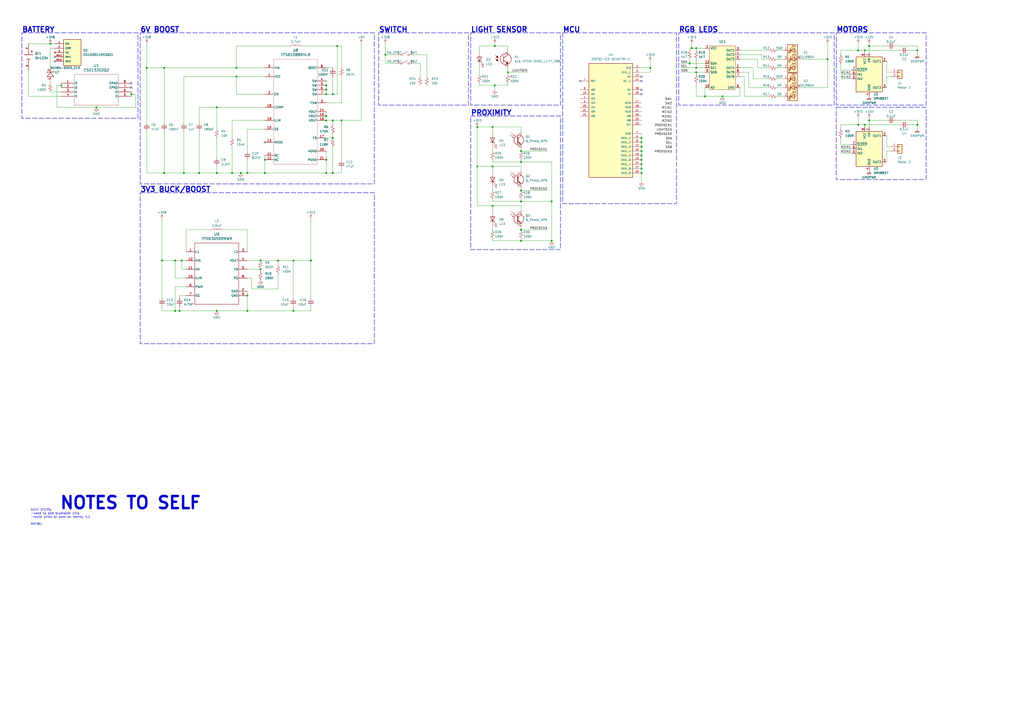
<source format=kicad_sch>
(kicad_sch (version 20230121) (generator eeschema)
  (paper "A2")
  (title_block (title "SN Main PCB") (date "2023-10-24") (rev "3.0") (company "Robonyx") (comment 1 "H. PHAN"))
  (junction (at 276.86 96.52))
  (junction (at 153.67 92.71))
  (junction (at 372.11 100.33))
  (junction (at 170.18 180.34))
  (junction (at 35.56 49.53))
  (junction (at 105.41 151.13))
  (junction (at 302.26 87.63))
  (junction (at 372.11 80.01))
  (junction (at 95.25 100.33))
  (junction (at 143.51 100.33))
  (junction (at 189.23 52.07))
  (junction (at 501.65 72.39))
  (junction (at 302.26 116.84))
  (junction (at 143.51 180.34))
  (junction (at 419.1 55.88))
  (junction (at 285.75 73.66))
  (junction (at 532.13 29.21))
  (junction (at 137.16 44.45))
  (junction (at 125.73 62.23))
  (junction (at 180.34 151.13))
  (junction (at 294.64 41.91))
  (junction (at 189.23 92.71))
  (junction (at 320.04 139.7))
  (junction (at 189.23 67.31))
  (junction (at 76.2 54.61))
  (junction (at 195.58 26.67))
  (junction (at 193.04 80.01))
  (junction (at 497.84 29.21))
  (junction (at 161.29 151.13))
  (junction (at 287.02 49.53))
  (junction (at 101.6 151.13))
  (junction (at 532.13 72.39))
  (junction (at 104.14 180.34))
  (junction (at 372.11 92.71))
  (junction (at 372.11 82.55))
  (junction (at 134.62 100.33))
  (junction (at 29.21 25.4))
  (junction (at 287.02 26.67))
  (junction (at 139.7 100.33))
  (junction (at 151.13 156.21))
  (junction (at 285.75 96.52))
  (junction (at 193.04 100.33))
  (junction (at 302.26 139.7))
  (junction (at 372.11 90.17))
  (junction (at 504.19 26.67))
  (junction (at 170.18 151.13))
  (junction (at 501.65 29.21))
  (junction (at 193.04 69.85))
  (junction (at 151.13 151.13))
  (junction (at 302.26 110.49))
  (junction (at 302.26 93.98))
  (junction (at 401.32 27.94))
  (junction (at 302.26 133.35))
  (junction (at 189.23 100.33))
  (junction (at 276.86 73.66))
  (junction (at 198.12 69.85))
  (junction (at 85.09 39.37))
  (junction (at 125.73 180.34))
  (junction (at 125.73 100.33))
  (junction (at 403.86 27.94))
  (junction (at 320.04 116.84))
  (junction (at 143.51 171.45))
  (junction (at 95.25 39.37))
  (junction (at 153.67 100.33))
  (junction (at 400.05 36.83))
  (junction (at 372.11 97.79))
  (junction (at 372.11 85.09))
  (junction (at 504.19 69.85))
  (junction (at 372.11 87.63))
  (junction (at 193.04 54.61))
  (junction (at 408.94 55.88))
  (junction (at 372.11 95.25))
  (junction (at 55.88 62.23))
  (junction (at 101.6 180.34))
  (junction (at 137.16 39.37))
  (junction (at 480.06 34.29))
  (junction (at 189.23 54.61))
  (junction (at 93.98 151.13))
  (junction (at 403.86 41.91))
  (junction (at 223.52 31.75))
  (junction (at 285.75 119.38))
  (junction (at 189.23 49.53))
  (junction (at 403.86 39.37))
  (junction (at 189.23 69.85))
  (junction (at 497.84 72.39))
  (junction (at 106.68 100.33))
  (junction (at 115.57 100.33))
  (junction (at 377.19 39.37))
  (no_connect (at 372.11 54.61))
  (no_connect (at 76.2 50.8))
  (no_connect (at 31.75 33.02))
  (no_connect (at 372.11 44.45))
  (no_connect (at 336.55 46.99))
  (no_connect (at 153.67 82.55))
  (no_connect (at 372.11 46.99))
  (no_connect (at 31.75 35.56))
  (no_connect (at 372.11 52.07))
  (no_connect (at 76.2 48.26))
  (wire (pts (xy 480.06 34.29) (xy 480.06 50.8)))
  (wire (pts (xy 302.26 86.36) (xy 302.26 87.63)))
  (wire (pts (xy 514.35 85.09) (xy 516.89 85.09)))
  (wire (pts (xy 294.64 49.53) (xy 287.02 49.53)))
  (wire (pts (xy 193.04 100.33) (xy 189.23 100.33)))
  (wire (pts (xy 153.67 54.61) (xy 137.16 54.61)))
  (wire (pts (xy 285.75 138.43) (xy 285.75 139.7)))
  (wire (pts (xy 294.64 41.91) (xy 306.07 41.91)))
  (wire (pts (xy 501.65 30.48) (xy 501.65 29.21)))
  (wire (pts (xy 278.13 43.18) (xy 278.13 38.1)))
  (wire (pts (xy 403.86 55.88) (xy 408.94 55.88)))
  (wire (pts (xy 189.23 49.53) (xy 189.23 52.07)))
  (wire (pts (xy 106.68 100.33) (xy 106.68 76.2)))
  (wire (pts (xy 95.25 39.37) (xy 95.25 71.12)))
  (wire (pts (xy 487.68 36.83) (xy 487.68 40.64)))
  (wire (pts (xy 240.03 31.75) (xy 247.65 31.75)))
  (wire (pts (xy 400.05 27.94) (xy 401.32 27.94)))
  (wire (pts (xy 403.86 27.94) (xy 403.86 29.21)))
  (wire (pts (xy 287.02 49.53) (xy 287.02 52.07)))
  (wire (pts (xy 450.85 34.29) (xy 454.66 34.29)))
  (wire (pts (xy 372.11 97.79) (xy 372.11 100.33)))
  (wire (pts (xy 170.18 151.13) (xy 180.34 151.13)))
  (wire (pts (xy 504.19 69.85) (xy 504.19 73.66)))
  (wire (pts (xy 170.18 177.8) (xy 170.18 180.34)))
  (wire (pts (xy 480.06 25.4) (xy 480.06 34.29)))
  (wire (pts (xy 153.67 69.85) (xy 134.62 69.85)))
  (wire (pts (xy 134.62 85.09) (xy 134.62 100.33)))
  (wire (pts (xy 93.98 180.34) (xy 101.6 180.34)))
  (wire (pts (xy 247.65 44.45) (xy 247.65 31.75)))
  (wire (pts (xy 189.23 39.37) (xy 193.04 39.37)))
  (wire (pts (xy 285.75 139.7) (xy 302.26 139.7)))
  (wire (pts (xy 419.1 55.88) (xy 429.26 55.88)))
  (wire (pts (xy 101.6 161.29) (xy 101.6 151.13)))
  (wire (pts (xy 193.04 69.85) (xy 189.23 69.85)))
  (wire (pts (xy 431.8 55.88) (xy 445.77 55.88)))
  (wire (pts (xy 464.82 34.29) (xy 480.06 34.29)))
  (wire (pts (xy 125.73 180.34) (xy 104.14 180.34)))
  (wire (pts (xy 285.75 96.52) (xy 285.75 100.33)))
  (wire (pts (xy 16.51 55.88) (xy 35.56 55.88)))
  (wire (pts (xy 240.03 36.83) (xy 243.84 36.83)))
  (wire (pts (xy 431.8 44.45) (xy 431.8 55.88)))
  (wire (pts (xy 532.13 72.39) (xy 532.13 74.93)))
  (wire (pts (xy 372.11 77.47) (xy 372.11 80.01)))
  (wire (pts (xy 107.95 156.21) (xy 105.41 156.21)))
  (wire (pts (xy 137.16 39.37) (xy 153.67 39.37)))
  (wire (pts (xy 278.13 26.67) (xy 278.13 30.48)))
  (wire (pts (xy 287.02 26.67) (xy 287.02 25.4)))
  (wire (pts (xy 198.12 39.37) (xy 198.12 26.67)))
  (wire (pts (xy 320.04 116.84) (xy 320.04 139.7)))
  (wire (pts (xy 285.75 115.57) (xy 285.75 116.84)))
  (wire (pts (xy 285.75 92.71) (xy 285.75 93.98)))
  (wire (pts (xy 285.75 133.35) (xy 285.75 130.81)))
  (wire (pts (xy 514.35 78.74) (xy 514.35 85.09)))
  (wire (pts (xy 504.19 69.85) (xy 514.35 69.85)))
  (wire (pts (xy 129.54 133.35) (xy 143.51 133.35)))
  (wire (pts (xy 372.11 95.25) (xy 372.11 97.79)))
  (wire (pts (xy 441.96 34.29) (xy 441.96 31.75)))
  (wire (pts (xy 504.19 68.58) (xy 504.19 69.85)))
  (wire (pts (xy 189.23 67.31) (xy 189.23 69.85)))
  (wire (pts (xy 377.19 35.56) (xy 377.19 39.37)))
  (wire (pts (xy 394.97 39.37) (xy 403.86 39.37)))
  (wire (pts (xy 302.26 139.7) (xy 302.26 138.43)))
  (wire (pts (xy 400.05 34.29) (xy 400.05 36.83)))
  (wire (pts (xy 400.05 29.21) (xy 400.05 27.94)))
  (wire (pts (xy 193.04 54.61) (xy 195.58 54.61)))
  (wire (pts (xy 180.34 177.8) (xy 180.34 180.34)))
  (wire (pts (xy 372.11 92.71) (xy 372.11 95.25)))
  (wire (pts (xy 501.65 29.21) (xy 497.84 29.21)))
  (wire (pts (xy 107.95 161.29) (xy 101.6 161.29)))
  (wire (pts (xy 85.09 39.37) (xy 85.09 71.12)))
  (wire (pts (xy 487.68 72.39) (xy 487.68 74.93)))
  (wire (pts (xy 143.51 171.45) (xy 143.51 168.91)))
  (wire (pts (xy 403.86 39.37) (xy 408.94 39.37)))
  (wire (pts (xy 285.75 73.66) (xy 285.75 77.47)))
  (wire (pts (xy 35.56 49.53) (xy 33.02 49.53)))
  (wire (pts (xy 278.13 49.53) (xy 287.02 49.53)))
  (wire (pts (xy 76.2 54.61) (xy 76.2 55.88)))
  (wire (pts (xy 403.86 27.94) (xy 408.94 27.94)))
  (wire (pts (xy 85.09 76.2) (xy 85.09 100.33)))
  (wire (pts (xy 487.68 72.39) (xy 497.84 72.39)))
  (wire (pts (xy 519.43 26.67) (xy 532.13 26.67)))
  (wire (pts (xy 487.68 86.36) (xy 494.03 86.36)))
  (wire (pts (xy 161.29 151.13) (xy 170.18 151.13)))
  (wire (pts (xy 143.51 161.29) (xy 146.05 161.29)))
  (wire (pts (xy 106.68 100.33) (xy 115.57 100.33)))
  (wire (pts (xy 403.86 43.18) (xy 403.86 41.91)))
  (wire (pts (xy 33.02 49.53) (xy 33.02 62.23)))
  (wire (pts (xy 276.86 96.52) (xy 276.86 119.38)))
  (wire (pts (xy 504.19 26.67) (xy 514.35 26.67)))
  (wire (pts (xy 78.74 54.61) (xy 76.2 54.61)))
  (wire (pts (xy 198.12 97.79) (xy 198.12 100.33)))
  (wire (pts (xy 302.26 132.08) (xy 302.26 133.35)))
  (wire (pts (xy 153.67 100.33) (xy 143.51 100.33)))
  (wire (pts (xy 487.68 80.01) (xy 487.68 83.82)))
  (wire (pts (xy 223.52 36.83) (xy 223.52 31.75)))
  (wire (pts (xy 189.23 80.01) (xy 193.04 80.01)))
  (wire (pts (xy 450.85 29.21) (xy 454.66 29.21)))
  (wire (pts (xy 403.86 48.26) (xy 403.86 55.88)))
  (wire (pts (xy 85.09 100.33) (xy 95.25 100.33)))
  (wire (pts (xy 436.88 45.72) (xy 445.77 45.72)))
  (wire (pts (xy 193.04 44.45) (xy 193.04 54.61)))
  (wire (pts (xy 487.68 88.9) (xy 494.03 88.9)))
  (wire (pts (xy 278.13 48.26) (xy 278.13 49.53)))
  (wire (pts (xy 195.58 26.67) (xy 198.12 26.67)))
  (wire (pts (xy 143.51 74.93) (xy 143.51 87.63)))
  (wire (pts (xy 35.56 53.34) (xy 29.21 53.34)))
  (wire (pts (xy 125.73 80.01) (xy 125.73 91.44)))
  (wire (pts (xy 146.05 167.64) (xy 161.29 167.64)))
  (wire (pts (xy 16.51 25.4) (xy 29.21 25.4)))
  (wire (pts (xy 501.65 73.66) (xy 501.65 72.39)))
  (wire (pts (xy 372.11 100.33) (xy 372.11 105.41)))
  (wire (pts (xy 193.04 77.47) (xy 193.04 80.01)))
  (wire (pts (xy 372.11 90.17) (xy 372.11 92.71)))
  (wire (pts (xy 16.51 40.64) (xy 16.51 55.88)))
  (wire (pts (xy 151.13 151.13) (xy 161.29 151.13)))
  (wire (pts (xy 487.68 43.18) (xy 494.03 43.18)))
  (wire (pts (xy 532.13 26.67) (xy 532.13 29.21)))
  (wire (pts (xy 125.73 96.52) (xy 125.73 100.33)))
  (wire (pts (xy 106.68 44.45) (xy 106.68 71.12)))
  (wire (pts (xy 372.11 87.63) (xy 372.11 90.17)))
  (wire (pts (xy 198.12 92.71) (xy 198.12 69.85)))
  (wire (pts (xy 394.97 41.91) (xy 403.86 41.91)))
  (wire (pts (xy 243.84 44.45) (xy 243.84 36.83)))
  (wire (pts (xy 514.35 44.45) (xy 514.35 50.8)))
  (wire (pts (xy 93.98 127) (xy 93.98 151.13)))
  (wire (pts (xy 302.26 116.84) (xy 320.04 116.84)))
  (wire (pts (xy 450.85 45.72) (xy 454.66 45.72)))
  (wire (pts (xy 285.75 87.63) (xy 285.75 85.09)))
  (wire (pts (xy 372.11 80.01) (xy 372.11 82.55)))
  (wire (pts (xy 153.67 74.93) (xy 143.51 74.93)))
  (wire (pts (xy 394.97 36.83) (xy 400.05 36.83)))
  (wire (pts (xy 189.23 100.33) (xy 153.67 100.33)))
  (wire (pts (xy 285.75 110.49) (xy 285.75 107.95)))
  (wire (pts (xy 101.6 151.13) (xy 105.41 151.13)))
  (wire (pts (xy 514.35 44.45) (xy 516.89 44.45)))
  (wire (pts (xy 302.26 92.71) (xy 302.26 93.98)))
  (wire (pts (xy 107.95 133.35) (xy 121.92 133.35)))
  (wire (pts (xy 153.67 92.71) (xy 153.67 100.33)))
  (wire (pts (xy 487.68 83.82) (xy 494.03 83.82)))
  (wire (pts (xy 143.51 156.21) (xy 151.13 156.21)))
  (wire (pts (xy 439.42 34.29) (xy 429.26 34.29)))
  (wire (pts (xy 125.73 62.23) (xy 125.73 74.93)))
  (wire (pts (xy 189.23 87.63) (xy 189.23 92.71)))
  (wire (pts (xy 294.64 41.91) (xy 294.64 43.18)))
  (wire (pts (xy 504.19 26.67) (xy 504.19 30.48)))
  (wire (pts (xy 223.52 25.4) (xy 223.52 31.75)))
  (wire (pts (xy 115.57 62.23) (xy 125.73 62.23)))
  (wire (pts (xy 302.26 121.92) (xy 302.26 119.38)))
  (wire (pts (xy 137.16 44.45) (xy 137.16 54.61)))
  (wire (pts (xy 143.51 133.35) (xy 143.51 146.05)))
  (wire (pts (xy 115.57 100.33) (xy 115.57 76.2)))
  (wire (pts (xy 229.87 36.83) (xy 223.52 36.83)))
  (wire (pts (xy 501.65 72.39) (xy 521.97 72.39)))
  (wire (pts (xy 115.57 100.33) (xy 125.73 100.33)))
  (wire (pts (xy 302.26 139.7) (xy 320.04 139.7)))
  (wire (pts (xy 294.64 39.37) (xy 294.64 41.91)))
  (wire (pts (xy 497.84 68.58) (xy 497.84 72.39)))
  (wire (pts (xy 189.23 54.61) (xy 193.04 54.61)))
  (wire (pts (xy 532.13 69.85) (xy 532.13 72.39)))
  (wire (pts (xy 514.35 35.56) (xy 514.35 41.91)))
  (wire (pts (xy 441.96 34.29) (xy 445.77 34.29)))
  (wire (pts (xy 198.12 69.85) (xy 209.55 69.85)))
  (wire (pts (xy 146.05 161.29) (xy 146.05 167.64)))
  (wire (pts (xy 514.35 41.91) (xy 516.89 41.91)))
  (wire (pts (xy 195.58 26.67) (xy 195.58 54.61)))
  (wire (pts (xy 429.26 29.21) (xy 445.77 29.21)))
  (wire (pts (xy 285.75 73.66) (xy 302.26 73.66)))
  (wire (pts (xy 372.11 82.55) (xy 372.11 85.09)))
  (wire (pts (xy 302.26 87.63) (xy 317.5 87.63)))
  (wire (pts (xy 198.12 44.45) (xy 198.12 59.69)))
  (wire (pts (xy 403.86 41.91) (xy 408.94 41.91)))
  (wire (pts (xy 93.98 177.8) (xy 93.98 180.34)))
  (wire (pts (xy 153.67 62.23) (xy 125.73 62.23)))
  (wire (pts (xy 106.68 44.45) (xy 137.16 44.45)))
  (wire (pts (xy 487.68 45.72) (xy 494.03 45.72)))
  (wire (pts (xy 434.34 50.8) (xy 445.77 50.8)))
  (wire (pts (xy 189.23 46.99) (xy 189.23 49.53)))
  (wire (pts (xy 372.11 39.37) (xy 377.19 39.37)))
  (wire (pts (xy 161.29 153.67) (xy 161.29 151.13)))
  (wire (pts (xy 193.04 85.09) (xy 193.04 100.33)))
  (wire (pts (xy 189.23 92.71) (xy 189.23 100.33)))
  (wire (pts (xy 95.25 100.33) (xy 106.68 100.33)))
  (wire (pts (xy 101.6 180.34) (xy 104.14 180.34)))
  (wire (pts (xy 464.82 50.8) (xy 480.06 50.8)))
  (wire (pts (xy 504.19 25.4) (xy 504.19 26.67)))
  (wire (pts (xy 285.75 119.38) (xy 302.26 119.38)))
  (wire (pts (xy 302.26 99.06) (xy 302.26 96.52)))
  (wire (pts (xy 377.19 41.91) (xy 377.19 39.37)))
  (wire (pts (xy 137.16 39.37) (xy 137.16 26.67)))
  (wire (pts (xy 55.88 62.23) (xy 78.74 62.23)))
  (wire (pts (xy 441.96 31.75) (xy 429.26 31.75)))
  (wire (pts (xy 137.16 26.67) (xy 167.64 26.67)))
  (wire (pts (xy 514.35 87.63) (xy 514.35 93.98)))
  (wire (pts (xy 372.11 41.91) (xy 377.19 41.91)))
  (wire (pts (xy 93.98 151.13) (xy 101.6 151.13)))
  (wire (pts (xy 143.51 151.13) (xy 151.13 151.13)))
  (wire (pts (xy 429.26 50.8) (xy 429.26 55.88)))
  (wire (pts (xy 450.85 55.88) (xy 454.66 55.88)))
  (wire (pts (xy 532.13 29.21) (xy 532.13 31.75)))
  (wire (pts (xy 287.02 26.67) (xy 294.64 26.67)))
  (wire (pts (xy 501.65 29.21) (xy 521.97 29.21)))
  (wire (pts (xy 104.14 171.45) (xy 104.14 172.72)))
  (wire (pts (xy 170.18 151.13) (xy 170.18 172.72)))
  (wire (pts (xy 302.26 109.22) (xy 302.26 110.49)))
  (wire (pts (xy 93.98 172.72) (xy 93.98 151.13)))
  (wire (pts (xy 107.95 171.45) (xy 104.14 171.45)))
  (wire (pts (xy 400.05 36.83) (xy 408.94 36.83)))
  (wire (pts (xy 302.26 93.98) (xy 320.04 93.98)))
  (wire (pts (xy 439.42 39.37) (xy 439.42 34.29)))
  (wire (pts (xy 320.04 93.98) (xy 320.04 116.84)))
  (wire (pts (xy 487.68 40.64) (xy 494.03 40.64)))
  (wire (pts (xy 514.35 87.63) (xy 516.89 87.63)))
  (wire (pts (xy 372.11 85.09) (xy 372.11 87.63)))
  (wire (pts (xy 137.16 44.45) (xy 153.67 44.45)))
  (wire (pts (xy 101.6 166.37) (xy 101.6 180.34)))
  (wire (pts (xy 294.64 48.26) (xy 294.64 49.53)))
  (wire (pts (xy 189.23 52.07) (xy 189.23 54.61)))
  (wire (pts (xy 189.23 59.69) (xy 198.12 59.69)))
  (wire (pts (xy 285.75 119.38) (xy 285.75 123.19)))
  (wire (pts (xy 35.56 49.53) (xy 35.56 50.8)))
  (wire (pts (xy 143.51 100.33) (xy 139.7 100.33)))
  (wire (pts (xy 439.42 39.37) (xy 445.77 39.37)))
  (wire (pts (xy 35.56 48.26) (xy 35.56 49.53)))
  (wire (pts (xy 276.86 96.52) (xy 276.86 73.66)))
  (wire (pts (xy 105.41 151.13) (xy 107.95 151.13)))
  (wire (pts (xy 302.26 110.49) (xy 317.5 110.49)))
  (wire (pts (xy 85.09 25.4) (xy 85.09 39.37)))
  (wire (pts (xy 78.74 62.23) (xy 78.74 54.61)))
  (wire (pts (xy 151.13 157.48) (xy 151.13 156.21)))
  (wire (pts (xy 429.26 44.45) (xy 431.8 44.45)))
  (wire (pts (xy 285.75 96.52) (xy 302.26 96.52)))
  (wire (pts (xy 193.04 69.85) (xy 198.12 69.85)))
  (wire (pts (xy 401.32 25.4) (xy 401.32 27.94)))
  (wire (pts (xy 501.65 72.39) (xy 497.84 72.39)))
  (wire (pts (xy 170.18 180.34) (xy 143.51 180.34)))
  (wire (pts (xy 143.51 180.34) (xy 143.51 171.45)))
  (wire (pts (xy 104.14 180.34) (xy 104.14 177.8)))
  (wire (pts (xy 403.86 34.29) (xy 403.86 39.37)))
  (wire (pts (xy 434.34 41.91) (xy 434.34 50.8)))
  (wire (pts (xy 180.34 180.34) (xy 170.18 180.34)))
  (wire (pts (xy 276.86 73.66) (xy 285.75 73.66)))
  (wire (pts (xy 107.95 166.37) (xy 101.6 166.37)))
  (wire (pts (xy 134.62 100.33) (xy 139.7 100.33)))
  (wire (pts (xy 209.55 25.4) (xy 209.55 69.85)))
  (wire (pts (xy 436.88 45.72) (xy 436.88 39.37)))
  (wire (pts (xy 125.73 180.34) (xy 143.51 180.34)))
  (wire (pts (xy 76.2 54.61) (xy 76.2 53.34)))
  (wire (pts (xy 487.68 29.21) (xy 487.68 31.75)))
  (wire (pts (xy 285.75 96.52) (xy 276.86 96.52)))
  (wire (pts (xy 29.21 25.4) (xy 31.75 25.4)))
  (wire (pts (xy 143.51 92.71) (xy 143.51 100.33)))
  (wire (pts (xy 189.23 64.77) (xy 189.23 67.31)))
  (wire (pts (xy 175.26 26.67) (xy 195.58 26.67)))
  (wire (pts (xy 285.75 116.84) (xy 302.26 116.84)))
  (wire (pts (xy 408.94 50.8) (xy 408.94 55.88)))
  (wire (pts (xy 180.34 127) (xy 180.34 151.13)))
  (wire (pts (xy 134.62 69.85) (xy 134.62 80.01)))
  (wire (pts (xy 153.67 90.17) (xy 153.67 92.71)))
  (wire (pts (xy 302.26 133.35) (xy 317.5 133.35)))
  (wire (pts (xy 497.84 25.4) (xy 497.84 29.21)))
  (wire (pts (xy 450.85 39.37) (xy 454.66 39.37)))
  (wire (pts (xy 105.41 156.21) (xy 105.41 151.13)))
  (wire (pts (xy 193.04 100.33) (xy 198.12 100.33)))
  (wire (pts (xy 450.85 50.8) (xy 454.66 50.8)))
  (wire (pts (xy 107.95 146.05) (xy 107.95 133.35)))
  (wire (pts (xy 527.05 29.21) (xy 532.13 29.21)))
  (wire (pts (xy 31.75 27.94) (xy 29.21 27.94)))
  (wire (pts (xy 180.34 151.13) (xy 180.34 172.72)))
  (wire (pts (xy 429.26 39.37) (xy 436.88 39.37)))
  (wire (pts (xy 429.26 41.91) (xy 434.34 41.91)))
  (wire (pts (xy 285.75 93.98) (xy 302.26 93.98)))
  (wire (pts (xy 161.29 167.64) (xy 161.29 158.75)))
  (wire (pts (xy 519.43 69.85) (xy 532.13 69.85)))
  (wire (pts (xy 125.73 100.33) (xy 134.62 100.33)))
  (wire (pts (xy 29.21 27.94) (xy 29.21 40.64)))
  (wire (pts (xy 527.05 72.39) (xy 532.13 72.39)))
  (wire (pts (xy 285.75 119.38) (xy 276.86 119.38)))
  (wire (pts (xy 29.21 45.72) (xy 29.21 48.26)))
  (wire (pts (xy 403.86 27.94) (xy 401.32 27.94)))
  (wire (pts (xy 193.04 72.39) (xy 193.04 69.85)))
  (wire (pts (xy 95.25 100.33) (xy 95.25 76.2)))
  (wire (pts (xy 115.57 71.12) (xy 115.57 62.23)))
  (wire (pts (xy 487.68 29.21) (xy 497.84 29.21)))
  (wire (pts (xy 408.94 55.88) (xy 419.1 55.88)))
  (wire (pts (xy 229.87 31.75) (xy 223.52 31.75)))
  (wire (pts (xy 95.25 39.37) (xy 137.16 39.37)))
  (wire (pts (xy 302.26 116.84) (xy 302.26 115.57)))
  (wire (pts (xy 278.13 26.67) (xy 287.02 26.67)))
  (wire (pts (xy 33.02 62.23) (xy 55.88 62.23)))
  (wire (pts (xy 85.09 39.37) (xy 95.25 39.37)))
  (wire (pts (xy 294.64 29.21) (xy 294.64 26.67)))
  (wire (pts (xy 302.26 76.2) (xy 302.26 73.66)))
  (rectangle (start 12.7 19.05) (end 80.01 68.58) (stroke (width 0.254) (type dash)))
  (rectangle (start 81.28 19.05) (end 217.17 106.68) (stroke (width 0.254) (type dash)))
  (rectangle (start 273.05 19.05) (end 325.12 60.96) (stroke (width 0.254) (type dash)))
  (rectangle (start 326.39 19.05) (end 392.43 118.11) (stroke (width 0.254) (type dash)))
  (rectangle (start 485.14 19.05) (end 537.21 60.96) (stroke (width 0.254) (type dash)))
  (rectangle (start 273.05 67.31) (end 325.12 144.78) (stroke (width 0.254) (type dash)))
  (rectangle (start 81.28 111.76) (end 217.17 199.39) (stroke (width 0.254) (type dash)))
  (rectangle (start 393.7 19.05) (end 483.87 60.96) (stroke (width 0.254) (type dash)))
  (rectangle (start 219.71 19.05) (end 271.78 60.96) (stroke (width 0.254) (type dash)))
  (rectangle (start 485.14 62.23) (end 537.21 104.14) (stroke (width 0.254) (type dash)))
  (text "SWITCH" (at 219.71 19.05 0) (effects (font (size 3 3) (thickness 0.6) bold) (justify left bottom)))
  (text "NOTES TO SELF" (at 34.29 295.91 0) (effects (font (size 7 7) (thickness 1.4) bold) (justify left bottom)))
  (text "RGB LEDS" (at 393.7 19.05 0) (effects (font (size 3 3) (thickness 0.6) bold) (justify left bottom)))
  (text "6V BOOST" (at 81.28 19.05 0) (effects (font (size 3 3) (thickness 0.6) bold) (justify left bottom)))
  (text "NEXT STEPS:\n-need to add bluetooth chip\n-route wires to pwm on teensy 4.1\n\nMAYBE:\n" (at 17.78 304.8 0) (effects (font (size 1.27 1.27)) (justify left bottom)))
  (text "MOTORS" (at 485.14 19.05 0) (effects (font (size 3 3) (thickness 0.6) bold) (justify left bottom)))
  (text "LIGHT SENSOR" (at 273.05 19.05 0) (effects (font (size 3 3) (thickness 0.6) bold) (justify left bottom)))
  (text "BATTERY" (at 12.7 19.05 0) (effects (font (size 3 3) (thickness 0.6) bold) (justify left bottom)))
  (text "3V3 BUCK/BOOST" (at 81.28 111.76 0) (effects (font (size 3 3) (thickness 0.6) bold) (justify left bottom)))
  (text "PROXIMITY" (at 273.05 67.31 0) (effects (font (size 3 3) (thickness 0.6) bold) (justify left bottom)))
  (text "MCU" (at 326.39 19.05 0) (effects (font (size 3 3) (thickness 0.6) bold) (justify left bottom)))
  (label "SDB" (at 389.89 86.36 180))
  (label "PROXSEN1" (at 389.89 73.66 180))
  (label "M1IN2" (at 389.89 66.04 180))
  (label "SW1" (at 389.89 58.42 180))
  (label "M1IN1" (at 389.89 63.5 180))
  (label "SDA" (at 394.97 36.83 0))
  (label "SDA" (at 389.89 81.28 180))
  (label "PROXSEN3" (at 317.5 133.35 180))
  (label "SCL" (at 389.89 83.82 180))
  (label "SDB" (at 394.97 41.91 0))
  (label "PROXSEN2" (at 389.89 78.74 180))
  (label "M2IN1" (at 389.89 68.58 180))
  (label "SW2" (at 389.89 60.96 180))
  (label "M2IN2" (at 487.68 88.9 0))
  (label "SCL" (at 394.97 39.37 0))
  (label "PROXSEN1" (at 317.5 87.63 180))
  (label "M1IN2" (at 487.68 45.72 0))
  (label "LIGHTSEN" (at 389.89 76.2 180))
  (label "M2IN1" (at 487.68 86.36 0))
  (label "PROXSEN3" (at 389.89 88.9 180))
  (label "M1IN1" (at 487.68 43.18 0))
  (label "PROXSEN2" (at 317.5 110.49 180))
  (label "LIGHTSEN" (at 306.07 41.91 180))
  (label "M2IN2" (at 389.89 71.12 180))
  (symbol (lib_id "power:+3V3") (at 497.84 25.4 0) (unit 1)
    (property "Reference" "#PWR01" (effects hide))
    (property "Value" "+3V3" (at 497.84 21.59 0))
  )
  (symbol (lib_id "Device:LED") (at 285.75 81.28 90) (unit 1)
    (property "Reference" "D4" (at 289.56 81.5975 90) (effects (justify right)))
    (property "Value" "LED" (at 289.56 84.1375 90) (effects (justify right)))
  )
  (symbol (lib_id "power:+15V") (at 504.19 68.58 0) (unit 1)
    (property "Reference" "#PWR06" (effects hide))
    (property "Value" "+15V" (at 504.19 64.77 0))
  )
  (symbol (lib_id "Device:L") (at 125.73 133.35 90) (unit 1)
    (property "Reference" "L2" (at 125.73 128.27 90))
    (property "Value" "1.5uH" (at 125.73 130.81 90))
  )
  (symbol (lib_id "Device:R_Small_US") (at 448.31 39.37 90) (unit 1)
    (property "Reference" "R14" (at 444.5 38.1 90))
    (property "Value" "5R" (at 452.12 38.1 90))
  )
  (symbol (lib_name "+3V3_1") (lib_id "power:+3V3") (at 180.34 127 0) (unit 1)
    (property "Reference" "#PWR016" (effects hide))
    (property "Value" "+3V3" (at 180.34 123.19 0))
  )
  (symbol (lib_id "Device:R_Small_US") (at 487.68 34.29 0) (unit 1)
    (property "Reference" "R1" (at 490.22 33.02 0) (effects (justify left)))
    (property "Value" "100R" (at 490.22 35.56 0) (effects (justify left)))
  )
  (symbol (lib_id "Driver_Motor:DRV8837") (at 504.19 43.18 0) (unit 1)
    (property "Reference" "U2" (at 506.73 54.61 0) (effects (justify left)))
    (property "Value" "DRV8837" (at 506.73 57.15 0) (effects (justify left)))
    (property "Footprint" "Package_SON:WSON-8-1EP_2x2mm_P0.5mm_EP0.9x1.6mm" (effects hide))
    (property "Datasheet" "http://www.ti.com/lit/ds/symlink/drv8837.pdf" (effects hide))
  )
  (symbol (lib_id "Device:C_Small") (at 104.14 175.26 0) (unit 1)
    (property "Reference" "C14" (at 106.68 173.9963 0) (effects (justify left)))
    (property "Value" "4.7nF" (at 106.68 176.5363 0) (effects (justify left)))
  )
  (symbol (lib_id "power:+3V8") (at 29.21 25.4 0) (unit 1)
    (property "Reference" "#PWR09" (effects hide))
    (property "Value" "+3V8" (at 29.21 21.59 0))
  )
  (symbol (lib_id "Device:R_Small_US") (at 151.13 153.67 0) (unit 1)
    (property "Reference" "R9" (at 153.67 152.4 0) (effects (justify left)))
    (property "Value" "562K" (at 153.67 154.94 0) (effects (justify left)))
  )
  (symbol (lib_id "power:GND") (at 55.88 62.23 0) (unit 1)
    (property "Reference" "#PWR017" (effects hide))
    (property "Value" "GND" (at 55.88 66.04 0))
  )
  (symbol (lib_id "Device:L") (at 171.45 26.67 90) (unit 1)
    (property "Reference" "L1" (at 171.45 21.59 90))
    (property "Value" "2.7uH" (at 171.45 24.13 90))
  )
  (symbol (lib_id "Device:R_Small_US") (at 161.29 156.21 0) (unit 1)
    (property "Reference" "R11" (at 163.83 154.94 0) (effects (justify left)))
    (property "Value" "100K" (at 163.83 157.48 0) (effects (justify left)))
  )
  (symbol (lib_id "Device:C_Small") (at 95.25 73.66 0) (unit 1)
    (property "Reference" "C6" (at 97.79 72.3963 0) (effects (justify left)))
    (property "Value" "100nF" (at 97.79 74.9363 0) (effects (justify left)))
  )
  (symbol (lib_id "power:+3V3") (at 401.32 25.4 0) (unit 1)
    (property "Reference" "#PWR021" (effects hide))
    (property "Value" "+3V3" (at 401.32 21.59 0))
  )
  (symbol (lib_name "+3V3_1") (lib_id "power:+3V3") (at 276.86 73.66 0) (unit 1)
    (property "Reference" "#PWR026" (effects hide))
    (property "Value" "+3V3" (at 276.86 69.85 0))
  )
  (symbol (lib_id "power:GND") (at 125.73 180.34 0) (unit 1)
    (property "Reference" "#PWR015" (effects hide))
    (property "Value" "GND" (at 125.73 184.15 0))
  )
  (symbol (lib_id "Device:R_Small_US") (at 193.04 82.55 0) (mirror y) (unit 1)
    (property "Reference" "R7" (at 190.5 81.28 0) (effects (justify left)))
    (property "Value" "118K" (at 190.5 83.82 0) (effects (justify left)))
  )
  (symbol (lib_id "Device:C_Small") (at 143.51 90.17 0) (unit 1)
    (property "Reference" "C10" (at 146.05 88.9063 0) (effects (justify left)))
    (property "Value" "8.2nF" (at 146.05 91.4463 0) (effects (justify left)))
  )
  (symbol (lib_id "Device:LED") (at 278.13 34.29 90) (unit 1)
    (property "Reference" "D3" (at 281.94 34.6075 90) (effects (justify right)))
    (property "Value" "LED" (at 281.94 37.1475 90) (effects (justify right)))
  )
  (symbol (lib_id "ESP32-C3-DEVKITM-1:ESP32-C3-DEVKITM-1") (at 354.33 54.61 0) (unit 1)
    (property "Reference" "U4" (at 354.33 31.75 0))
    (property "Value" "ESP32-C3-DEVKITM-1" (at 354.33 34.29 0))
    (property "Footprint" "ESP32-C3-DEVKITM-1:XCVR_ESP32-C3-DEVKITM-1" (effects hide))
    (property "STANDARD" "Manufacturer Recommendations" (effects hide))
    (property "MANUFACTURER" "Espressif" (effects hide))
  )
  (symbol (lib_id "Device:C_Small") (at 115.57 73.66 0) (unit 1)
    (property "Reference" "C8" (at 118.11 72.3963 0) (effects (justify left)))
    (property "Value" "180pF" (at 118.11 74.9363 0) (effects (justify left)))
  )
  (symbol (lib_id "Device:Q_Photo_NPN") (at 299.72 81.28 0) (unit 1)
    (property "Reference" "Q1" (at 304.8 79.2607 0) (effects (justify left)))
    (property "Value" "Q_Photo_NPN" (at 304.8 81.8007 0) (effects (justify left)))
  )
  (symbol (lib_id "CSD13202Q2:CSD13202Q2") (at 35.56 48.26 0) (unit 1)
    (property "Reference" "U1" (at 55.88 38.1 0) (effects (font (size 1.524 1.524))))
    (property "Value" "CSD13202Q2" (at 55.88 40.64 0) (effects (font (size 1.524 1.524))))
    (property "Footprint" "DQK6_TEX" (effects hide))
    (property "Datasheet" "CSD13202Q2" (effects hide))
  )
  (symbol (lib_id "Switch:SW_SPST") (at 234.95 36.83 0) (unit 1)
    (property "Reference" "SW2" (at 240.03 35.56 0))
    (property "Value" "SW_SPST" (at 228.6 35.56 0))
  )
  (symbol (lib_id "TPS63050RMWR:TPS63050RMWR") (at 125.73 158.75 0) (unit 1)
    (property "Reference" "U9" (at 125.73 135.89 0) (effects (font (size 1.524 1.524))))
    (property "Value" "TPS63050RMWR" (at 125.73 138.43 0) (effects (font (size 1.524 1.524))))
    (property "Footprint" "RMW0012A" (effects hide))
    (property "Datasheet" "TPS63050RMWR" (effects hide))
  )
  (symbol (lib_name "IS31FL3296-UTLS4-TR_1") (lib_id "IS31FL3296-UTLS4-TR:IS31FL3296-UTLS4-TR") (at 417.83 39.37 0) (unit 1)
    (property "Reference" "U11" (at 419.1 24.13 0))
    (property "Value" "~" (at 412.75 27.94 0))
  )
  (symbol (lib_id "Device:R_Small_US") (at 151.13 160.02 0) (unit 1)
    (property "Reference" "R10" (at 153.67 158.75 0) (effects (justify left)))
    (property "Value" "180K" (at 153.67 161.29 0) (effects (justify left)))
  )
  (symbol (lib_id "Device:R_Small_US") (at 134.62 82.55 0) (unit 1)
    (property "Reference" "R5" (at 137.16 81.28 0) (effects (justify left)))
    (property "Value" "154K" (at 137.16 83.82 0) (effects (justify left)))
  )
  (symbol (lib_id "Device:C_Small") (at 93.98 175.26 0) (unit 1)
    (property "Reference" "C13" (at 96.52 173.9963 0) (effects (justify left)))
    (property "Value" "10uF" (at 96.52 176.5363 0) (effects (justify left)))
  )
  (symbol (lib_id "Device:C_Small") (at 193.04 41.91 0) (mirror y) (unit 1)
    (property "Reference" "C11" (at 190.5 40.6463 0) (effects (justify left)))
    (property "Value" "100nF" (at 190.5 43.1863 0) (effects (justify left)))
  )
  (symbol (lib_id "power:GNDPWR") (at 504.19 99.06 0) (unit 1)
    (property "Reference" "#PWR07" (effects hide))
    (property "Value" "GNDPWR" (at 504.19 102.87 0))
  )
  (symbol (lib_id "Device:R_Small_US") (at 302.26 90.17 0) (unit 1)
    (property "Reference" "R26" (at 303.53 88.9 0) (effects (justify left)))
    (property "Value" "100K" (at 303.53 91.44 0) (effects (justify left)))
  )
  (symbol (lib_id "Device:C_Small") (at 106.68 73.66 0) (unit 1)
    (property "Reference" "C7" (at 109.22 72.3963 0) (effects (justify left)))
    (property "Value" "1uF" (at 109.22 74.9363 0) (effects (justify left)))
  )
  (symbol (lib_id "Device:C_Small") (at 170.18 175.26 0) (mirror y) (unit 1)
    (property "Reference" "C15" (at 167.64 173.9963 0) (effects (justify left)))
    (property "Value" "10uF" (at 167.64 176.5363 0) (effects (justify left)))
  )
  (symbol (lib_id "Device:R_Small_US") (at 487.68 77.47 0) (unit 1)
    (property "Reference" "R2" (at 490.22 76.2 0) (effects (justify left)))
    (property "Value" "100R" (at 490.22 78.74 0) (effects (justify left)))
  )
  (symbol (lib_id "Device:R_Small_US") (at 29.21 50.8 0) (mirror y) (unit 1)
    (property "Reference" "R3" (at 26.67 49.53 0) (effects (justify left)))
    (property "Value" "100R" (at 26.67 52.07 0) (effects (justify left)))
  )
  (symbol (lib_id "Device:R_Small_US") (at 302.26 113.03 0) (unit 1)
    (property "Reference" "R28" (at 303.53 111.76 0) (effects (justify left)))
    (property "Value" "100K" (at 303.53 114.3 0) (effects (justify left)))
  )
  (symbol (lib_id "Device:LED") (at 285.75 104.14 90) (unit 1)
    (property "Reference" "D5" (at 289.56 104.4575 90) (effects (justify right)))
    (property "Value" "LED" (at 289.56 106.9975 90) (effects (justify right)))
  )
  (symbol (lib_id "power:GND") (at 320.04 139.7 0) (unit 1)
    (property "Reference" "#PWR027" (effects hide))
    (property "Value" "GND" (at 320.04 143.51 0))
  )
  (symbol (lib_id "Device:R_Small_US") (at 285.75 135.89 0) (unit 1)
    (property "Reference" "R29" (at 287.02 134.62 0) (effects (justify left)))
    (property "Value" "100K" (at 287.02 137.16 0) (effects (justify left)))
  )
  (symbol (lib_id "power:GND") (at 372.11 105.41 0) (unit 1)
    (property "Reference" "#PWR025" (effects hide))
    (property "Value" "GND" (at 372.11 109.22 0))
  )
  (symbol (lib_id "Device:C_Small") (at 85.09 73.66 0) (unit 1)
    (property "Reference" "C5" (at 87.63 72.3963 0) (effects (justify left)))
    (property "Value" "47uF" (at 87.63 74.93 0) (effects (justify left)))
  )
  (symbol (lib_id "Device:C_Small") (at 125.73 93.98 0) (unit 1)
    (property "Reference" "C9" (at 128.27 92.7163 0) (effects (justify left)))
    (property "Value" "3.3nF" (at 128.27 95.2563 0) (effects (justify left)))
  )
  (symbol (lib_id "Device:R_Small_US") (at 302.26 135.89 0) (unit 1)
    (property "Reference" "R30" (at 303.53 134.62 0) (effects (justify left)))
    (property "Value" "100K" (at 303.53 137.16 0) (effects (justify left)))
  )
  (symbol (lib_id "Device:Q_Photo_NPN") (at 299.72 127 0) (unit 1)
    (property "Reference" "Q3" (at 304.8 124.9807 0) (effects (justify left)))
    (property "Value" "Q_Photo_NPN" (at 304.8 127.5207 0) (effects (justify left)))
  )
  (symbol (lib_id "TPS61088RHLR:TPS61088RHLR") (at 171.45 64.77 0) (unit 1)
    (property "Reference" "U8" (at 171.45 29.21 0) (effects (font (size 1.524 1.524))))
    (property "Value" "TPS61088RHLR" (at 171.45 31.75 0) (effects (font (size 1.524 1.524))))
    (property "Footprint" "RHL0020A" (effects hide))
    (property "Datasheet" "TPS61088RHLR" (effects hide))
  )
  (symbol (lib_id "power:GND") (at 151.13 162.56 0) (unit 1)
    (property "Reference" "#PWR010" (effects hide))
    (property "Value" "GND" (at 151.13 166.37 0))
  )
  (symbol (lib_id "OS102011MS2QS1:OS102011MS2QS1") (at 31.75 25.4 0) (unit 1)
    (property "Reference" "S2" (at 48.26 29.21 0) (effects (justify left)))
    (property "Value" "OS102011MS2QS1" (at 48.26 31.75 0) (effects (justify left)))
    (property "Footprint" "OS102011MS2QS1:OS102011MS2QS1" (effects hide))
    (property "MANUFACTURER_NAME" "C & K COMPONENTS" (effects hide))
    (property "MF" "C&K" (effects hide))
    (property "MOUSER_PRICE-STOCK" "https://www.mouser.co.uk/ProductDetail/CK/OS102011MS2QS1?qs=WtljUlYws5TrGs9OfHrZYw%3D%3D" (effects hide))
    (property "DESCRIPTION" "C & K COMPONENTS - OS102011MS2QS1 - SWITCH SLIDE SHORTING SPDT" (effects hide))
    (property "MOUSER_PART_NUMBER" "611-OS102011MS2QS1" (effects hide))
    (property "Price" "None" (effects hide))
    (property "Package" "None" (effects hide))
    (property "Check_prices" "https://www.snapeda.com/parts/OS102011MS2QS1/C%2526K/view-part/?ref=eda" (effects hide))
    (property "HEIGHT" "8.7mm" (effects hide))
    (property "MP" "OS102011MS2QS1" (effects hide))
    (property "SnapEDA_Link" "https://www.snapeda.com/parts/OS102011MS2QS1/C%2526K/view-part/?ref=snap" (effects hide))
    (property "ARROW_PRICE-STOCK" "https://www.arrow.com/en/products/os102011ms2qs1/ck?region=nac" (effects hide))
    (property "ARROW_PART_NUMBER" "OS102011MS2QS1" (effects hide))
    (property "Purchase-URL" "https://www.snapeda.com/api/url_track_click_mouser/?unipart_id=518254&manufacturer=C&amp;K&part_name=OS102011MS2QS1&search_term=os102011ms2qs1" (effects hide))
    (property "Description" "\nSlide Switch SPDT Through Hole\n" (effects hide))
    (property "Availability" "In Stock" (effects hide))
    (property "MANUFACTURER_PART_NUMBER" "OS102011MS2QS1" (effects hide))
  )
  (symbol (lib_id "Device:R_Small_US") (at 400.05 31.75 0) (mirror y) (unit 1)
    (property "Reference" "R18" (at 398.78 30.48 0) (effects (justify left)))
    (property "Value" "4K7" (at 398.78 33.02 0) (effects (justify left)))
  )
  (symbol (lib_id "Switch:SW_SPST") (at 234.95 31.75 0) (unit 1)
    (property "Reference" "SW1" (at 240.03 30.48 0))
    (property "Value" "SW_SPST" (at 228.6 30.48 0))
  )
  (symbol (lib_id "Connector_Generic:Conn_01x02") (at 521.97 41.91 0) (unit 1)
    (property "Reference" "J1" (at 520.7 48.26 0) (effects (justify left)))
    (property "Value" "Motor 1" (at 520.7 50.8 0) (effects (justify left)))
    (property "Footprint" "Connector_AMASS:AMASS_XT30U-F_1x02_P5.0mm_Vertical" (effects hide))
  )
  (symbol (lib_id "BZX84B3V3-7-F:BZX84-B3V0_215") (at 29.21 43.18 90) (unit 1)
    (property "Reference" "U7" (at 31.75 41.91 90) (effects (justify right)))
    (property "Value" "BZX84-B3V0_215" (at 29.21 39.37 90) (effects (justify right)))
    (property "Footprint" "BZX84-B3V0_215:SOT23" (effects hide))
    (property "MF" "Nexperia" (effects hide))
    (property "Description" "\nZener Diode 3 V 250 mW ±2% Surface Mount TO-236AB\n" (effects hide))
    (property "Package" "SOT23-3 Nexperia USA Inc." (effects hide))
    (property "Price" "None" (effects hide))
    (property "SnapEDA_Link" "https://www.snapeda.com/parts/BZX84-B3V0,215/Nexperia/view-part/?ref=snap" (effects hide))
    (property "MP" "BZX84-B3V0,215" (effects hide))
    (property "Purchase-URL" "https://www.snapeda.com/api/url_track_click_mouser/?unipart_id=5063272&manufacturer=Nexperia&part_name=BZX84-B3V0,215&search_term=bzx84b" (effects hide))
    (property "Availability" "In Stock" (effects hide))
    (property "Check_prices" "https://www.snapeda.com/parts/BZX84-B3V0,215/Nexperia/view-part/?ref=eda" (effects hide))
  )
  (symbol (lib_id "Device:R_Small_US") (at 448.31 45.72 90) (unit 1)
    (property "Reference" "R15" (at 444.5 44.45 90))
    (property "Value" "55R" (at 452.12 44.45 90))
  )
  (symbol (lib_id "Device:LED_RBGA") (at 459.74 50.8 0) (unit 1)
    (property "Reference" "D2" (at 467.36 46.99 0))
    (property "Value" "LED_RBGA" (at 467.36 49.53 0))
  )
  (symbol (lib_id "Device:C_Small") (at 524.51 72.39 90) (mirror x) (unit 1)
    (property "Reference" "C4" (at 524.51 77.47 90))
    (property "Value" "0.1uF" (at 524.51 74.93 90))
    (property "Footprint" "Capacitor_SMD:C_0402_1005Metric" (effects hide))
  )
  (symbol (lib_id "Driver_Motor:DRV8837") (at 504.19 86.36 0) (unit 1)
    (property "Reference" "U3" (at 506.73 97.79 0) (effects (justify left)))
    (property "Value" "DRV8837" (at 506.73 100.33 0) (effects (justify left)))
    (property "Footprint" "Package_SON:WSON-8-1EP_2x2mm_P0.5mm_EP0.9x1.6mm" (effects hide))
    (property "Datasheet" "http://www.ti.com/lit/ds/symlink/drv8837.pdf" (effects hide))
  )
  (symbol (lib_id "Device:R_Small_US") (at 403.86 45.72 0) (unit 1)
    (property "Reference" "R20" (at 405.13 44.45 0) (effects (justify left)))
    (property "Value" "100K" (at 405.13 46.99 0) (effects (justify left)))
  )
  (symbol (lib_name "+3V3_1") (lib_id "power:+3V3") (at 287.02 25.4 0) (unit 1)
    (property "Reference" "#PWR022" (effects hide))
    (property "Value" "+3V3" (at 287.02 21.59 0))
  )
  (symbol (lib_id "ALS-PT19-315C_L177_TR8:ALS-PT19-315C_L177_TR8") (at 292.1 34.29 0) (unit 1)
    (property "Reference" "A1" (at 298.45 33.02 0) (effects (justify left)))
    (property "Value" "ALS-PT19-315C_L177_TR8" (at 298.45 35.56 0) (effects (justify left)))
    (property "Footprint" "ALS-PT19-315C_L177_TR8:XDCR_ALS-PT19-315C_L177_TR8" (effects hide))
    (property "PARTREV" "5" (effects hide))
    (property "STANDARD" "Manufacturer Recommendations" (effects hide))
    (property "MAXIMUM_PACKAGE_HEIGHT" "0.7 mm" (effects hide))
    (property "MANUFACTURER" "Everlight" (effects hide))
  )
  (symbol (lib_id "Device:R_Small_US") (at 448.31 55.88 90) (unit 1)
    (property "Reference" "R17" (at 444.5 54.61 90))
    (property "Value" "5R" (at 452.12 54.61 90))
  )
  (symbol (lib_id "Device:R_Small_US") (at 193.04 74.93 0) (mirror y) (unit 1)
    (property "Reference" "R6" (at 190.5 73.66 0) (effects (justify left)))
    (property "Value" "470K" (at 190.5 76.2 0) (effects (justify left)))
  )
  (symbol (lib_id "power:+3V8") (at 223.52 25.4 0) (unit 1)
    (property "Reference" "#PWR024" (effects hide))
    (property "Value" "+3V8" (at 223.52 21.59 0))
  )
  (symbol (lib_id "power:GND") (at 419.1 55.88 0) (unit 1)
    (property "Reference" "#PWR020" (effects hide))
    (property "Value" "GND" (at 419.1 59.69 0))
  )
  (symbol (lib_id "power:+3V8") (at 93.98 127 0) (unit 1)
    (property "Reference" "#PWR014" (effects hide))
    (property "Value" "+3V8" (at 93.98 123.19 0))
  )
  (symbol (lib_id "Device:C_Small") (at 516.89 69.85 90) (unit 1)
    (property "Reference" "C3" (at 516.89 64.77 90))
    (property "Value" "0.1uF" (at 516.89 67.31 90))
    (property "Footprint" "Capacitor_SMD:C_0402_1005Metric" (effects hide))
  )
  (symbol (lib_id "Device:R_Small_US") (at 278.13 45.72 0) (unit 1)
    (property "Reference" "R21" (at 279.4 44.45 0) (effects (justify left)))
    (property "Value" "100K" (at 279.4 46.99 0) (effects (justify left)))
  )
  (symbol (lib_id "power:GND") (at 139.7 100.33 0) (unit 1)
    (property "Reference" "#PWR012" (effects hide))
    (property "Value" "GND" (at 139.7 104.14 0))
  )
  (symbol (lib_id "Device:R_Small_US") (at 285.75 113.03 0) (unit 1)
    (property "Reference" "R27" (at 287.02 111.76 0) (effects (justify left)))
    (property "Value" "100K" (at 287.02 114.3 0) (effects (justify left)))
  )
  (symbol (lib_id "Device:LED_RBGA") (at 459.74 34.29 0) (unit 1)
    (property "Reference" "D1" (at 467.36 30.48 0))
    (property "Value" "LED_RBGA" (at 467.36 33.02 0))
  )
  (symbol (lib_id "Device:C_Small") (at 524.51 29.21 90) (mirror x) (unit 1)
    (property "Reference" "C2" (at 524.51 34.29 90))
    (property "Value" "0.1uF" (at 524.51 31.75 90))
    (property "Footprint" "Capacitor_SMD:C_0402_1005Metric" (effects hide))
  )
  (symbol (lib_id "Device:R_Small_US") (at 448.31 29.21 90) (unit 1)
    (property "Reference" "R12" (at 444.5 27.94 90))
    (property "Value" "55R" (at 452.12 27.94 90))
  )
  (symbol (lib_id "Device:R_Small_US") (at 198.12 41.91 0) (unit 1)
    (property "Reference" "R8" (at 200.66 40.64 0) (effects (justify left)))
    (property "Value" "267K" (at 200.66 43.18 0) (effects (justify left)))
  )
  (symbol (lib_id "Device:R_Small_US") (at 247.65 46.99 0) (unit 1)
    (property "Reference" "R23" (at 250.19 45.72 0) (effects (justify left)))
    (property "Value" "10K" (at 250.19 48.26 0) (effects (justify left)))
  )
  (symbol (lib_id "power:+3V3") (at 480.06 25.4 0) (unit 1)
    (property "Reference" "#PWR019" (effects hide))
    (property "Value" "+3V3" (at 480.06 21.59 0))
  )
  (symbol (lib_id "Device:R_Small_US") (at 125.73 77.47 0) (unit 1)
    (property "Reference" "R4" (at 128.27 76.2 0) (effects (justify left)))
    (property "Value" "10K" (at 128.27 78.74 0) (effects (justify left)))
  )
  (symbol (lib_id "power:GNDPWR") (at 532.13 74.93 0) (unit 1)
    (property "Reference" "#PWR08" (effects hide))
    (property "Value" "GNDPWR" (at 532.13 78.74 0))
  )
  (symbol (lib_id "Device:R_Small_US") (at 403.86 31.75 0) (unit 1)
    (property "Reference" "R19" (at 405.13 30.48 0) (effects (justify left)))
    (property "Value" "4K7" (at 405.13 33.02 0) (effects (justify left)))
  )
  (symbol (lib_id "power:GNDPWR") (at 504.19 55.88 0) (unit 1)
    (property "Reference" "#PWR03" (effects hide))
    (property "Value" "GNDPWR" (at 504.19 59.69 0))
  )
  (symbol (lib_id "Device:R_Small_US") (at 285.75 90.17 0) (unit 1)
    (property "Reference" "R25" (at 287.02 88.9 0) (effects (justify left)))
    (property "Value" "100K" (at 287.02 91.44 0) (effects (justify left)))
  )
  (symbol (lib_id "Connector_Generic:Conn_01x02") (at 521.97 85.09 0) (unit 1)
    (property "Reference" "J2" (at 520.7 91.44 0) (effects (justify left)))
    (property "Value" "Motor 2" (at 520.7 93.98 0) (effects (justify left)))
    (property "Footprint" "Connector_AMASS:AMASS_XT30U-F_1x02_P5.0mm_Vertical" (effects hide))
  )
  (symbol (lib_id "Device:R_Small_US") (at 448.31 50.8 90) (unit 1)
    (property "Reference" "R16" (at 444.5 49.53 90))
    (property "Value" "5R" (at 452.12 49.53 90))
  )
  (symbol (lib_id "power:+15V") (at 504.19 25.4 0) (unit 1)
    (property "Reference" "#PWR02" (effects hide))
    (property "Value" "+15V" (at 504.19 21.59 0))
  )
  (symbol (lib_id "power:+6V") (at 209.55 25.4 0) (unit 1)
    (property "Reference" "#PWR013" (effects hide))
    (property "Value" "+6V" (at 209.55 21.59 0))
  )
  (symbol (lib_id "power:GND") (at 287.02 52.07 0) (unit 1)
    (property "Reference" "#PWR023" (effects hide))
    (property "Value" "GND" (at 287.02 55.88 0))
  )
  (symbol (lib_id "power:+3V3") (at 497.84 68.58 0) (unit 1)
    (property "Reference" "#PWR05" (effects hide))
    (property "Value" "+3V3" (at 497.84 64.77 0))
  )
  (symbol (lib_id "Device:C_Small") (at 180.34 175.26 0) (mirror y) (unit 1)
    (property "Reference" "C16" (at 177.8 173.9963 0) (effects (justify left)))
    (property "Value" "10uF" (at 177.8 176.5363 0) (effects (justify left)))
  )
  (symbol (lib_id "Device:Q_Photo_NPN") (at 299.72 104.14 0) (unit 1)
    (property "Reference" "Q2" (at 304.8 102.1207 0) (effects (justify left)))
    (property "Value" "Q_Photo_NPN" (at 304.8 104.6607 0) (effects (justify left)))
  )
  (symbol (lib_id "Device:C_Small") (at 198.12 95.25 0) (unit 1)
    (property "Reference" "C12" (at 200.66 93.9863 0) (effects (justify left)))
    (property "Value" "47uF" (at 200.66 96.5263 0) (effects (justify left)))
  )
  (symbol (lib_name "+3V3_1") (lib_id "power:+3V3") (at 377.19 35.56 0) (unit 1)
    (property "Reference" "#PWR018" (effects hide))
    (property "Value" "+3V3" (at 377.19 31.75 0))
  )
  (symbol (lib_id "power:+3V8") (at 85.09 25.4 0) (unit 1)
    (property "Reference" "#PWR011" (effects hide))
    (property "Value" "+3V8" (at 85.09 21.59 0))
  )
  (symbol (lib_id "power:GNDPWR") (at 532.13 31.75 0) (unit 1)
    (property "Reference" "#PWR04" (effects hide))
    (property "Value" "GNDPWR" (at 532.13 35.56 0))
  )
  (symbol (lib_id "BH123A:BH123A") (at 16.51 33.02 270) (unit 1)
    (property "Reference" "BT1" (at 20.32 31.115 90) (effects (justify left)))
    (property "Value" "BH123A" (at 20.32 33.655 90) (effects (justify left)))
    (property "Footprint" "BH123A:BAT_BH123A" (effects hide))
    (property "PARTREV" "E" (effects hide))
    (property "STANDARD" "Manufacturer Recommendations" (effects hide))
    (property "MAXIMUM_PACKAGE_HEIGHT" "12.09mm" (effects hide))
    (property "MANUFACTURER" "MPD" (effects hide))
  )
  (symbol (lib_id "Device:R_Small_US") (at 294.64 45.72 0) (unit 1)
    (property "Reference" "R22" (at 295.91 44.45 0) (effects (justify left)))
    (property "Value" "100K" (at 295.91 46.99 0) (effects (justify left)))
  )
  (symbol (lib_id "Device:R_Small_US") (at 448.31 34.29 90) (unit 1)
    (property "Reference" "R13" (at 444.5 33.02 90))
    (property "Value" "5R" (at 452.12 33.02 90))
  )
  (symbol (lib_id "Device:LED") (at 285.75 127 90) (unit 1)
    (property "Reference" "D6" (at 289.56 127.3175 90) (effects (justify right)))
    (property "Value" "LED" (at 289.56 129.8575 90) (effects (justify right)))
  )
  (symbol (lib_id "Device:C_Small") (at 516.89 26.67 90) (unit 1)
    (property "Reference" "C1" (at 516.89 21.59 90))
    (property "Value" "0.1uF" (at 516.89 24.13 90))
    (property "Footprint" "Capacitor_SMD:C_0402_1005Metric" (effects hide))
  )
  (symbol (lib_id "Device:R_Small_US") (at 243.84 46.99 0) (mirror y) (unit 1)
    (property "Reference" "R24" (at 241.3 45.72 0) (effects (justify left)))
    (property "Value" "10K" (at 241.3 48.26 0) (effects (justify left)))
  )
)
</source>
